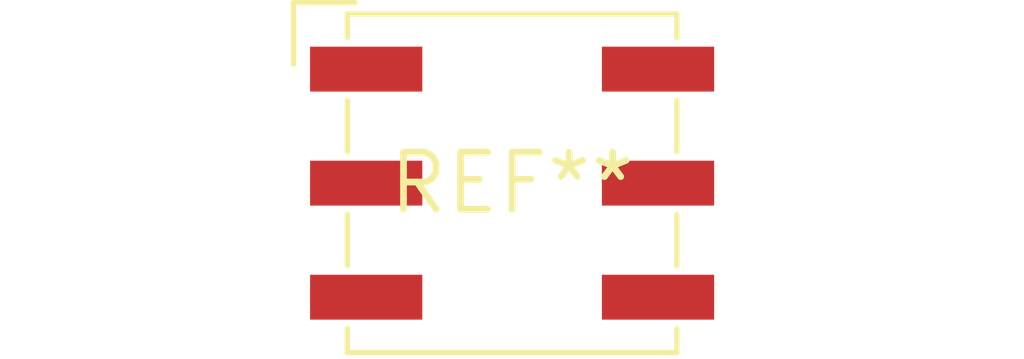
<source format=kicad_pcb>
(kicad_pcb (version 20240108) (generator pcbnew)
  (layers (0 "F.Cu" signal) (31 "B.Cu" signal) (34 "B.Paste" user) (35 "F.Paste" user) (36 "B.SilkS" user "B.Silkscreen") (37 "F.SilkS" user "F.Silkscreen") (38 "B.Mask" user) (39 "F.Mask" user) (44 "Edge.Cuts" user))
  (net 0 "")
  (footprint "Nidec_Copal_SH-7010A" (layer "F.Cu") (at 0 0)
    (property "Reference" "REF**")
    (property "Value" "Nidec_Copal_SH-7010A")
    (fp_line (start -4.87 -4.02) (end -3.5 -4.02) (layer "F.SilkS") (stroke (width 0.12)))
    (fp_line (start -4.87 -2.65) (end -4.87 -4.02) (layer "F.SilkS") (stroke (width 0.12)))
    (fp_line (start -3.67 -3.77) (end 3.67 -3.77) (layer "F.SilkS") (stroke (width 0.12)))
    (fp_line (start -3.67 -3.24) (end -3.67 -3.77) (layer "F.SilkS") (stroke (width 0.12)))
    (fp_line (start -3.67 -1.84) (end -3.67 -0.7) (layer "F.SilkS") (stroke (width 0.12)))
    (fp_line (start -3.67 0.7) (end -3.67 1.84) (layer "F.SilkS") (stroke (width 0.12)))
    (fp_line (start -3.67 3.24) (end -3.67 3.77) (layer "F.SilkS") (stroke (width 0.12)))
    (fp_line (start -3.67 3.77) (end 3.67 3.77) (layer "F.SilkS") (stroke (width 0.12)))
    (fp_line (start 3.67 -3.77) (end 3.67 -3.24) (layer "F.SilkS") (stroke (width 0.12)))
    (fp_line (start 3.67 -1.84) (end 3.67 -0.7) (layer "F.SilkS") (stroke (width 0.12)))
    (fp_line (start 3.67 0.7) (end 3.67 1.84) (layer "F.SilkS") (stroke (width 0.12)))
    (fp_line (start 3.67 3.77) (end 3.67 3.24) (layer "F.SilkS") (stroke (width 0.12)))
    (pad "1" smd rect (at -3.25 -2.54) (size 2.5 1) (layers "F.Cu" "F.Paste" "F.Mask"))
    (pad "2" smd rect (at 3.25 2.54) (size 2.5 1) (layers "F.Cu" "F.Paste" "F.Mask"))
    (pad "4" smd rect (at -3.25 2.54) (size 2.5 1) (layers "F.Cu" "F.Paste" "F.Mask"))
    (pad "8" smd rect (at 3.25 -2.54) (size 2.5 1) (layers "F.Cu" "F.Paste" "F.Mask"))
    (pad "C" smd rect (at -3.25 0) (size 2.5 1) (layers "F.Cu" "F.Paste" "F.Mask"))
    (pad "C" smd rect (at 3.25 0) (size 2.5 1) (layers "F.Cu" "F.Paste" "F.Mask"))
  )
)
</source>
